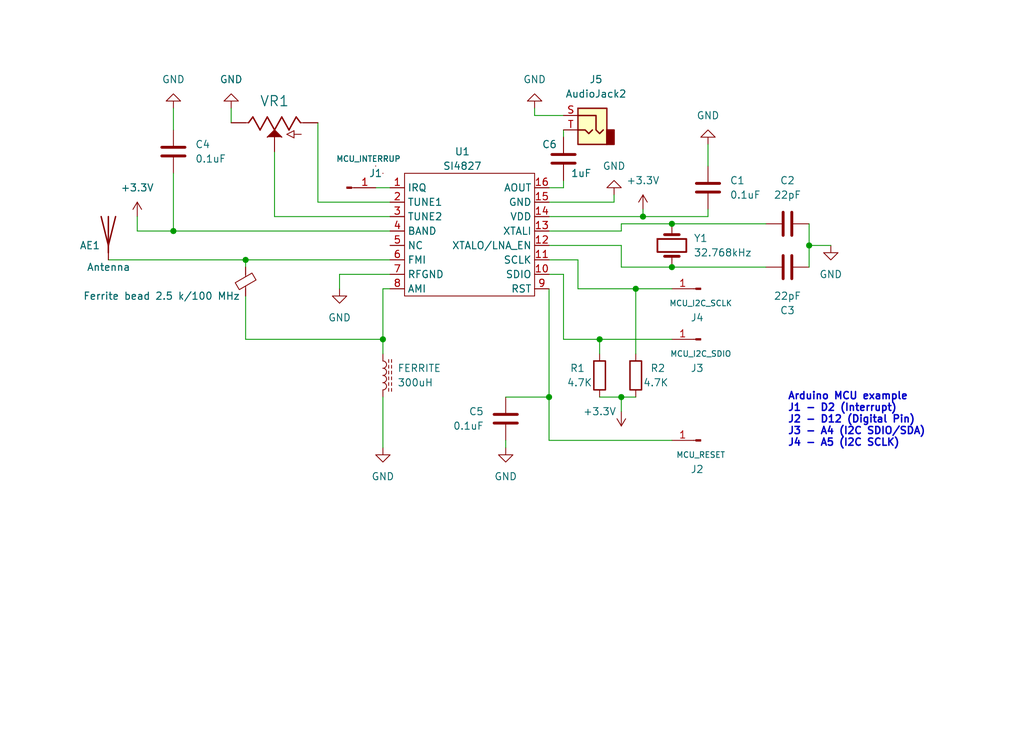
<source format=kicad_sch>
(kicad_sch (version 20230121) (generator eeschema)
  (paper "User" 180.01 130.023)
  (title_block (title "SI4827 Basic Setup") (company "RICARDO LIMA CARATTI"))
  (lib_symbols
    (symbol "Connector:Conn_01x01_Pin" (pin_names (offset 1.016) hide)
      (property "Reference" "J" (at 0 2.54 0))
      (property "Value" "Conn_01x01_Pin" (at 0 -2.54 0))
      (symbol "Conn_01x01_Pin_1_1"
        (polyline (pts (xy 1.27 0) (xy 0.8636 0)) (stroke (width 0.1524)))
        (rectangle (start 0.8636 0.127) (end 0 -0.127) (stroke (width 0.1524)) (fill (type outline)))
        (pin passive line (at 5.08 0 180) (length 3.81) (name "Pin_1") (number "1"))
      )
    )
    (symbol "Connector_Audio:AudioJack2"
      (property "Reference" "J" (at 0 8.89 0))
      (property "Value" "AudioJack2" (at 0 6.35 0))
      (symbol "AudioJack2_0_1"
        (rectangle (start -3.81 0) (end -2.54 -2.54) (stroke (width 0.254)) (fill (type outline)))
        (rectangle (start -2.54 3.81) (end 2.54 -2.54) (stroke (width 0.254)) (fill (type background)))
        (polyline (pts (xy 0 0) (xy 0.635 -0.635) (xy 1.27 0) (xy 2.54 0)) (stroke (width 0.254)))
        (polyline (pts (xy 2.54 2.54) (xy -0.635 2.54) (xy -0.635 0) (xy -1.27 -0.635) (xy -1.905 0)) (stroke (width 0.254)))
      )
      (symbol "AudioJack2_1_1"
        (pin passive line (at 5.08 2.54 180) (length 2.54) (name "~") (number "S"))
        (pin passive line (at 5.08 0 180) (length 2.54) (name "~") (number "T"))
      )
    )
    (symbol "Device:Antenna" (pin_numbers hide) (pin_names (offset 1.016) hide)
      (property "Reference" "AE" (at -1.905 1.905 0))
      (property "Value" "Antenna" (at -1.905 0 0))
      (symbol "Antenna_0_1"
        (polyline (pts (xy 0 2.54) (xy 0 -3.81)) (stroke (width 0.254)))
        (polyline (pts (xy 1.27 2.54) (xy 0 -2.54) (xy -1.27 2.54)) (stroke (width 0.254)))
      )
      (symbol "Antenna_1_1"
        (pin input line (at 0 -5.08 90) (length 2.54) (name "A") (number "1"))
      )
    )
    (symbol "Device:C" (pin_numbers hide) (pin_names (offset 0.254))
      (property "Reference" "C" (at 0.635 2.54 0))
      (property "Value" "C" (at 0.635 -2.54 0))
      (symbol "C_0_1"
        (polyline (pts (xy -2.032 -0.762) (xy 2.032 -0.762)) (stroke (width 0.508)))
        (polyline (pts (xy -2.032 0.762) (xy 2.032 0.762)) (stroke (width 0.508)))
      )
      (symbol "C_1_1"
        (pin passive line (at 0 3.81 270) (length 2.794) (name "~") (number "1"))
        (pin passive line (at 0 -3.81 90) (length 2.794) (name "~") (number "2"))
      )
    )
    (symbol "Device:Crystal" (pin_numbers hide) (pin_names (offset 1.016) hide)
      (property "Reference" "Y" (at 0 3.81 0))
      (property "Value" "Crystal" (at 0 -3.81 0))
      (symbol "Crystal_0_1"
        (rectangle (start -1.143 2.54) (end 1.143 -2.54) (stroke (width 0.3048)))
        (polyline (pts (xy -2.54 0) (xy -1.905 0)))
        (polyline (pts (xy -1.905 -1.27) (xy -1.905 1.27)) (stroke (width 0.508)))
        (polyline (pts (xy 1.905 -1.27) (xy 1.905 1.27)) (stroke (width 0.508)))
        (polyline (pts (xy 2.54 0) (xy 1.905 0)))
      )
      (symbol "Crystal_1_1"
        (pin passive line (at -3.81 0 0) (length 1.27) (name "1") (number "1"))
        (pin passive line (at 3.81 0 180) (length 1.27) (name "2") (number "2"))
      )
    )
    (symbol "Device:FerriteBead_Small" (pin_numbers hide) (pin_names (offset 0))
      (property "Reference" "FB" (at 1.905 1.27 0))
      (property "Value" "FerriteBead_Small" (at 1.905 -1.27 0))
      (symbol "FerriteBead_Small_0_1"
        (polyline (pts (xy 0 -1.27) (xy 0 -0.7874)))
        (polyline (pts (xy 0 0.889) (xy 0 1.2954)))
        (polyline (pts (xy -1.8288 0.2794) (xy -1.1176 1.4986) (xy 1.8288 -0.2032) (xy 1.1176 -1.4224) (xy -1.8288 0.2794)))
      )
      (symbol "FerriteBead_Small_1_1"
        (pin passive line (at 0 2.54 270) (length 1.27) (name "~") (number "1"))
        (pin passive line (at 0 -2.54 90) (length 1.27) (name "~") (number "2"))
      )
    )
    (symbol "Device:L_Ferrite" (pin_numbers hide) (pin_names (offset 1.016) hide)
      (property "Reference" "L" (at -1.27 0 90))
      (property "Value" "L_Ferrite" (at 2.794 0 90))
      (symbol "L_Ferrite_0_1"
        (arc (start 0 -2.54) (mid 0.6323 -1.905) (end 0 -1.27))
        (arc (start 0 -1.27) (mid 0.6323 -0.635) (end 0 0))
        (polyline (pts (xy 1.016 -2.794) (xy 1.016 -2.286)))
        (polyline (pts (xy 1.016 -1.778) (xy 1.016 -1.27)))
        (polyline (pts (xy 1.016 -0.762) (xy 1.016 -0.254)))
        (polyline (pts (xy 1.016 0.254) (xy 1.016 0.762)))
        (polyline (pts (xy 1.016 1.27) (xy 1.016 1.778)))
        (polyline (pts (xy 1.016 2.286) (xy 1.016 2.794)))
        (polyline (pts (xy 1.524 -2.286) (xy 1.524 -2.794)))
        (polyline (pts (xy 1.524 -1.27) (xy 1.524 -1.778)))
        (polyline (pts (xy 1.524 -0.254) (xy 1.524 -0.762)))
        (polyline (pts (xy 1.524 0.762) (xy 1.524 0.254)))
        (polyline (pts (xy 1.524 1.778) (xy 1.524 1.27)))
        (polyline (pts (xy 1.524 2.794) (xy 1.524 2.286)))
        (arc (start 0 0) (mid 0.6323 0.635) (end 0 1.27))
        (arc (start 0 1.27) (mid 0.6323 1.905) (end 0 2.54))
      )
      (symbol "L_Ferrite_1_1"
        (pin passive line (at 0 3.81 270) (length 1.27) (name "1") (number "1"))
        (pin passive line (at 0 -3.81 90) (length 1.27) (name "2") (number "2"))
      )
    )
    (symbol "Device:R" (pin_numbers hide) (pin_names (offset 0))
      (property "Reference" "R" (at 2.032 0 90))
      (property "Value" "R" (at 0 0 90))
      (symbol "R_0_1"
        (rectangle (start -1.016 -2.54) (end 1.016 2.54) (stroke (width 0.254)))
      )
      (symbol "R_1_1"
        (pin passive line (at 0 3.81 270) (length 1.27) (name "~") (number "1"))
        (pin passive line (at 0 -3.81 90) (length 1.27) (name "~") (number "2"))
      )
    )
    (symbol "SI4844:POTENTIOMETER-PTH-9MM-1/20W-20%"
      (property "Reference" "VR" (at 3.048 -0.254 90))
      (symbol "POTENTIOMETER-PTH-9MM-1/20W-20%_1_0"
        (polyline (pts (xy -1.016 -3.81) (xy 1.27 -2.54)) (stroke (width 0.254)))
        (polyline (pts (xy -1.016 -1.27) (xy 1.27 0)) (stroke (width 0.254)))
        (polyline (pts (xy -1.016 1.27) (xy 1.27 2.54)) (stroke (width 0.254)))
        (polyline (pts (xy -1.016 3.81) (xy 0 4.572)) (stroke (width 0.254)))
        (polyline (pts (xy 0 -5.08) (xy 0 -4.572)) (stroke (width 0.1524)))
        (polyline (pts (xy 0 -4.572) (xy -1.016 -3.81)) (stroke (width 0.254)))
        (polyline (pts (xy 0 4.572) (xy 0 5.08)) (stroke (width 0.1524)))
        (polyline (pts (xy 1.27 -2.54) (xy -1.016 -1.27)) (stroke (width 0.254)))
        (polyline (pts (xy 1.27 0) (xy -1.016 1.27)) (stroke (width 0.254)))
        (polyline (pts (xy 1.27 2.54) (xy -1.016 3.81)) (stroke (width 0.254)))
        (polyline (pts (xy 1.397 -3.429) (xy 2.032 -2.159)) (stroke (width 0.1524)))
        (polyline (pts (xy 2.032 -4.699) (xy 2.032 -3.429)) (stroke (width 0.1524)))
        (polyline (pts (xy 2.032 -3.429) (xy 1.397 -3.429)) (stroke (width 0.1524)))
        (polyline (pts (xy 2.032 -2.159) (xy 2.667 -3.429)) (stroke (width 0.1524)))
        (polyline (pts (xy 2.667 -3.429) (xy 2.032 -3.429)) (stroke (width 0.1524)))
        (polyline (pts (xy 2.54 -1.27) (xy 1.27 0) (xy 2.54 1.27)) (stroke (width 0.2032)) (fill (type outline)))
        (pin passive line (at 0 7.62 270) (length 2.54) (name "E") (number "P$1"))
        (pin passive line (at 5.08 0 180) (length 2.54) (name "S") (number "P$2"))
        (pin passive line (at 0 -7.62 90) (length 2.54) (name "A") (number "P$3"))
      )
    )
    (symbol "SI48XX:SI4827"
      (property "Reference" "U" (at 0 6.35 0))
      (symbol "SI4827_0_0"
        (pin output line (at -13.97 -1.27 0) (length 2.54) (name "IRQ") (number "1"))
        (pin bidirectional line (at 13.97 -16.51 180) (length 2.54) (name "SDIO") (number "10"))
        (pin bidirectional line (at 13.97 -13.97 180) (length 2.54) (name "SCLK") (number "11"))
        (pin bidirectional line (at 13.97 -11.43 180) (length 2.54) (name "XTALO/LNA_EN") (number "12"))
        (pin bidirectional line (at 13.97 -8.89 180) (length 2.54) (name "XTALI") (number "13"))
        (pin power_in line (at 13.97 -6.35 180) (length 2.54) (name "VDD") (number "14"))
        (pin power_in line (at 13.97 -3.81 180) (length 2.54) (name "GND") (number "15"))
        (pin output line (at 13.97 -1.27 180) (length 2.54) (name "AOUT") (number "16"))
        (pin passive line (at -13.97 -3.81 0) (length 2.54) (name "TUNE1") (number "2"))
        (pin passive line (at -13.97 -6.35 0) (length 2.54) (name "TUNE2") (number "3"))
        (pin passive line (at -13.97 -8.89 0) (length 2.54) (name "BAND") (number "4"))
        (pin free line (at -13.97 -11.43 0) (length 2.54) (name "NC") (number "5"))
        (pin input line (at -13.97 -13.97 0) (length 2.54) (name "FMI") (number "6"))
        (pin passive line (at -13.97 -16.51 0) (length 2.54) (name "RFGND") (number "7"))
        (pin input line (at -13.97 -19.05 0) (length 2.54) (name "AMI") (number "8"))
        (pin output line (at 13.97 -19.05 180) (length 2.54) (name "RST") (number "9"))
      )
      (symbol "SI4827_0_1"
        (rectangle (start -16.51 2.54) (end -16.51 2.54))
        (rectangle (start -15.24 1.27) (end -15.24 1.27))
        (rectangle (start -15.24 1.27) (end -15.24 1.27))
      )
      (symbol "SI4827_1_1"
        (rectangle (start -16.51 2.54) (end -16.51 2.54))
        (rectangle (start -11.43 1.27) (end 11.43 -20.32))
      )
    )
    (symbol "power:+3.3V" (power) (pin_names (offset 0))
      (property "Value" "+3.3V" (at 0 3.556 0))
      (symbol "+3.3V_0_1"
        (polyline (pts (xy -0.762 1.27) (xy 0 2.54)))
        (polyline (pts (xy 0 0) (xy 0 2.54)))
        (polyline (pts (xy 0 2.54) (xy 0.762 1.27)))
      )
      (symbol "+3.3V_1_1"
        (pin power_in line (at 0 0 90) (length 0) hide (name "+3.3V") (number "1"))
      )
    )
    (symbol "power:GND" (power) (pin_names (offset 0))
      (property "Value" "GND" (at 0 -3.81 0))
      (symbol "GND_0_1"
        (polyline (pts (xy 0 0) (xy 0 -1.27) (xy 1.27 -1.27) (xy 0 -2.54) (xy -1.27 -1.27) (xy 0 -1.27)))
      )
      (symbol "GND_1_1"
        (pin power_in line (at 0 0 270) (length 0) hide (name "GND") (number "1"))
      )
    )
  )
  (junction (at 118.11 39.37))
  (junction (at 113.03 38.1))
  (junction (at 111.76 50.8))
  (junction (at 105.41 59.69))
  (junction (at 96.52 69.85))
  (junction (at 142.24 43.18))
  (junction (at 43.18 45.72))
  (junction (at 109.22 69.85))
  (junction (at 30.48 40.64))
  (junction (at 67.31 59.69))
  (junction (at 118.11 46.99))
  (wire (pts (xy 111.76 50.8) (xy 118.11 50.8)))
  (wire (pts (xy 88.9 69.85) (xy 96.52 69.85)))
  (wire (pts (xy 55.88 35.56) (xy 68.58 35.56)))
  (wire (pts (xy 19.05 45.72) (xy 43.18 45.72)))
  (wire (pts (xy 96.52 33.02) (xy 99.06 33.02)))
  (wire (pts (xy 109.22 43.18) (xy 109.22 46.99)))
  (wire (pts (xy 68.58 45.72) (xy 43.18 45.72)))
  (wire (pts (xy 109.22 39.37) (xy 118.11 39.37)))
  (wire (pts (xy 118.11 46.99) (xy 134.62 46.99)))
  (wire (pts (xy 68.58 48.26) (xy 59.69 48.26)))
  (wire (pts (xy 96.52 45.72) (xy 101.6 45.72)))
  (wire (pts (xy 96.52 38.1) (xy 113.03 38.1)))
  (wire (pts (xy 88.9 77.47) (xy 88.9 78.74)))
  (wire (pts (xy 68.58 40.64) (xy 30.48 40.64)))
  (wire (pts (xy 101.6 45.72) (xy 101.6 50.8)))
  (wire (pts (xy 96.52 69.85) (xy 96.52 77.47)))
  (wire (pts (xy 67.31 50.8) (xy 68.58 50.8)))
  (wire (pts (xy 68.58 38.1) (xy 48.26 38.1)))
  (wire (pts (xy 142.24 39.37) (xy 142.24 43.18)))
  (wire (pts (xy 96.52 35.56) (xy 107.95 35.56)))
  (wire (pts (xy 113.03 38.1) (xy 124.46 38.1)))
  (wire (pts (xy 30.48 19.05) (xy 30.48 22.86)))
  (wire (pts (xy 124.46 25.4) (xy 124.46 29.21)))
  (wire (pts (xy 48.26 38.1) (xy 48.26 26.67)))
  (wire (pts (xy 109.22 69.85) (xy 111.76 69.85)))
  (wire (pts (xy 99.06 48.26) (xy 99.06 59.69)))
  (wire (pts (xy 109.22 69.85) (xy 109.22 72.39)))
  (wire (pts (xy 66.04 33.02) (xy 68.58 33.02)))
  (wire (pts (xy 109.22 46.99) (xy 118.11 46.99)))
  (wire (pts (xy 43.18 45.72) (xy 43.18 46.99)))
  (wire (pts (xy 40.64 19.05) (xy 40.64 21.59)))
  (wire (pts (xy 96.52 50.8) (xy 96.52 69.85)))
  (wire (pts (xy 30.48 30.48) (xy 30.48 40.64)))
  (wire (pts (xy 99.06 22.86) (xy 99.06 24.13)))
  (wire (pts (xy 109.22 40.64) (xy 109.22 39.37)))
  (wire (pts (xy 96.52 48.26) (xy 99.06 48.26)))
  (wire (pts (xy 124.46 36.83) (xy 124.46 38.1)))
  (wire (pts (xy 30.48 40.64) (xy 24.13 40.64)))
  (wire (pts (xy 142.24 43.18) (xy 142.24 46.99)))
  (wire (pts (xy 99.06 20.32) (xy 93.98 20.32)))
  (wire (pts (xy 107.95 35.56) (xy 107.95 34.29)))
  (wire (pts (xy 67.31 69.85) (xy 67.31 78.74)))
  (wire (pts (xy 93.98 20.32) (xy 93.98 19.05)))
  (wire (pts (xy 118.11 39.37) (xy 134.62 39.37)))
  (wire (pts (xy 96.52 77.47) (xy 118.11 77.47)))
  (wire (pts (xy 96.52 40.64) (xy 109.22 40.64)))
  (wire (pts (xy 99.06 59.69) (xy 105.41 59.69)))
  (wire (pts (xy 105.41 59.69) (xy 105.41 62.23)))
  (wire (pts (xy 99.06 33.02) (xy 99.06 31.75)))
  (wire (pts (xy 113.03 38.1) (xy 113.03 36.83)))
  (wire (pts (xy 43.18 59.69) (xy 67.31 59.69)))
  (wire (pts (xy 67.31 59.69) (xy 67.31 50.8)))
  (wire (pts (xy 43.18 52.07) (xy 43.18 59.69)))
  (wire (pts (xy 67.31 62.23) (xy 67.31 59.69)))
  (wire (pts (xy 111.76 50.8) (xy 111.76 62.23)))
  (wire (pts (xy 105.41 59.69) (xy 118.11 59.69)))
  (wire (pts (xy 142.24 43.18) (xy 146.05 43.18)))
  (wire (pts (xy 59.69 48.26) (xy 59.69 50.8)))
  (wire (pts (xy 96.52 43.18) (xy 109.22 43.18)))
  (wire (pts (xy 101.6 50.8) (xy 111.76 50.8)))
  (wire (pts (xy 24.13 40.64) (xy 24.13 38.1)))
  (wire (pts (xy 105.41 69.85) (xy 109.22 69.85)))
  (wire (pts (xy 55.88 21.59) (xy 55.88 35.56)))
  (text "Arduino MCU example\nJ1 - D2 (Interrupt)\nJ2 - D12 (Digital Pin)\nJ3 - A4 (I2C SDIO/SDA)\nJ4 - A5 (I2C SCLK)\n" (at 138.43 78.74 0) (effects (font (size 1.27 1.27) (thickness 0.254) bold) (justify left bottom)))
  (symbol (lib_id "Device:Crystal") (at 118.11 43.18 270) (unit 1)
    (property "Reference" "Y1" (at 121.92 41.91 90) (effects (justify left)))
    (property "Value" "32.768kHz" (at 121.92 44.45 90) (effects (justify left)))
  )
  (symbol (lib_id "Connector:Conn_01x01_Pin") (at 123.19 77.47 180) (unit 1)
    (property "Reference" "J2" (at 122.555 82.55 0))
    (property "Value" "MCU_RESET" (at 123.19 80.01 0) (effects (font (size 1 1))))
  )
  (symbol (lib_id "power:+3.3V") (at 109.22 72.39 180) (unit 1)
    (property "Reference" "#PWR07" (effects hide))
    (property "Value" "+3.3V" (at 105.41 72.39 0))
  )
  (symbol (lib_id "Connector:Conn_01x01_Pin") (at 123.19 59.69 180) (unit 1)
    (property "Reference" "J3" (at 122.555 64.77 0))
    (property "Value" "MCU_I2C_SDIO" (at 123.19 62.23 0) (effects (font (size 1 1))))
  )
  (symbol (lib_id "power:GND") (at 30.48 19.05 180) (unit 1)
    (property "Reference" "#PWR010" (effects hide))
    (property "Value" "GND" (at 30.48 13.97 0))
  )
  (symbol (lib_id "power:GND") (at 146.05 43.18 0) (unit 1)
    (property "Reference" "#PWR09" (effects hide))
    (property "Value" "GND" (at 146.05 48.26 0))
  )
  (symbol (lib_id "Device:C") (at 99.06 27.94 0) (unit 1)
    (property "Reference" "C6" (at 95.25 25.4 0) (effects (justify left)))
    (property "Value" "1uF" (at 100.33 30.48 0) (effects (justify left)))
  )
  (symbol (lib_id "Device:C") (at 88.9 73.66 0) (mirror y) (unit 1)
    (property "Reference" "C5" (at 85.09 72.39 0) (effects (justify left)))
    (property "Value" "0.1uF" (at 85.09 74.93 0) (effects (justify left)))
  )
  (symbol (lib_id "power:GND") (at 107.95 34.29 180) (unit 1)
    (property "Reference" "#PWR05" (effects hide))
    (property "Value" "GND" (at 107.95 29.21 0))
  )
  (symbol (lib_id "Device:Antenna") (at 19.05 40.64 0) (unit 1)
    (property "Reference" "AE1" (at 13.97 43.18 0) (effects (justify left)))
    (property "Value" "Antenna" (at 15.24 46.99 0) (effects (justify left)))
  )
  (symbol (lib_id "power:+3.3V") (at 113.03 36.83 0) (unit 1)
    (property "Reference" "#PWR02" (effects hide))
    (property "Value" "+3.3V" (at 113.03 31.75 0))
  )
  (symbol (lib_id "Device:FerriteBead_Small") (at 43.18 49.53 0) (mirror y) (unit 1)
    (property "Reference" "FB1" (effects hide))
    (property "Value" "Ferrite bead 2.5 k/100 MHz " (at 43.18 52.07 0) (effects (justify left)))
  )
  (symbol (lib_id "Device:C") (at 138.43 46.99 270) (mirror x) (unit 1)
    (property "Reference" "C3" (at 138.43 54.61 90))
    (property "Value" "22pF" (at 138.43 52.07 90))
  )
  (symbol (lib_id "power:GND") (at 67.31 78.74 0) (unit 1)
    (property "Reference" "#PWR04" (effects hide))
    (property "Value" "GND" (at 67.31 83.82 0))
  )
  (symbol (lib_id "power:+3.3V") (at 24.13 38.1 0) (unit 1)
    (property "Reference" "#PWR01" (effects hide))
    (property "Value" "+3.3V" (at 24.13 33.02 0))
  )
  (symbol (lib_id "Connector_Audio:AudioJack2") (at 104.14 22.86 0) (mirror y) (unit 1)
    (property "Reference" "J5" (at 104.775 13.97 0))
    (property "Value" "AudioJack2" (at 104.775 16.51 0))
  )
  (symbol (lib_id "Connector:Conn_01x01_Pin") (at 60.96 33.02 0) (unit 1)
    (property "Reference" "J1" (at 66.04 30.48 0))
    (property "Value" "MCU_INTERRUP" (at 64.77 27.94 0) (effects (font (size 1 1))))
  )
  (symbol (lib_id "power:GND") (at 88.9 78.74 0) (unit 1)
    (property "Reference" "#PWR011" (effects hide))
    (property "Value" "GND" (at 88.9 83.82 0))
  )
  (symbol (lib_id "power:GND") (at 40.64 19.05 180) (unit 1)
    (property "Reference" "#PWR03" (effects hide))
    (property "Value" "GND" (at 40.64 13.97 0))
  )
  (symbol (lib_id "Device:L_Ferrite") (at 67.31 66.04 0) (unit 1)
    (property "Reference" "FERRITE" (at 69.85 64.77 0) (effects (justify left)))
    (property "Value" "300uH" (at 69.85 67.31 0) (effects (justify left)))
  )
  (symbol (lib_id "SI4844:POTENTIOMETER-PTH-9MM-1/20W-20%") (at 48.26 21.59 90) (mirror x) (unit 1)
    (property "Reference" "VR1" (at 48.26 17.78 90) (effects (font (size 1.778 1.778))))
    (property "Footprint" "SI4844_01:POT-PTH-ALPS" (effects hide))
  )
  (symbol (lib_id "power:GND") (at 59.69 50.8 0) (unit 1)
    (property "Reference" "#PWR06" (effects hide))
    (property "Value" "GND" (at 59.69 55.88 0))
  )
  (symbol (lib_id "SI48XX:SI4827") (at 82.55 31.75 0) (unit 1)
    (property "Reference" "U1" (at 81.28 26.67 0))
    (property "Value" "SI4827" (at 81.28 29.21 0))
    (property "Footprint" "SI48XX:SI4827" (effects hide))
  )
  (symbol (lib_id "Device:C") (at 138.43 39.37 270) (unit 1)
    (property "Reference" "C2" (at 138.43 31.75 90))
    (property "Value" "22pF" (at 138.43 34.29 90))
  )
  (symbol (lib_id "Device:R") (at 111.76 66.04 0) (unit 1)
    (property "Reference" "R2" (at 114.3 64.77 0) (effects (justify left)))
    (property "Value" "4.7K" (at 113.03 67.31 0) (effects (justify left)))
  )
  (symbol (lib_id "Connector:Conn_01x01_Pin") (at 123.19 50.8 180) (unit 1)
    (property "Reference" "J4" (at 122.555 55.88 0))
    (property "Value" "MCU_I2C_SCLK" (at 123.19 53.34 0) (effects (font (size 1 1))))
  )
  (symbol (lib_id "power:GND") (at 124.46 25.4 180) (unit 1)
    (property "Reference" "#PWR08" (effects hide))
    (property "Value" "GND" (at 124.46 20.32 0))
  )
  (symbol (lib_id "power:GND") (at 93.98 19.05 180) (unit 1)
    (property "Reference" "#PWR012" (effects hide))
    (property "Value" "GND" (at 93.98 13.97 0))
  )
  (symbol (lib_id "Device:C") (at 124.46 33.02 0) (unit 1)
    (property "Reference" "C1" (at 128.27 31.75 0) (effects (justify left)))
    (property "Value" "0.1uF" (at 128.27 34.29 0) (effects (justify left)))
  )
  (symbol (lib_id "Device:C") (at 30.48 26.67 0) (unit 1)
    (property "Reference" "C4" (at 34.29 25.4 0) (effects (justify left)))
    (property "Value" "0.1uF" (at 34.29 27.94 0) (effects (justify left)))
  )
  (symbol (lib_id "Device:R") (at 105.41 66.04 0) (mirror y) (unit 1)
    (property "Reference" "R1" (at 102.87 64.77 0) (effects (justify left)))
    (property "Value" "4.7K" (at 104.14 67.31 0) (effects (justify left)))
  )
)
</source>
